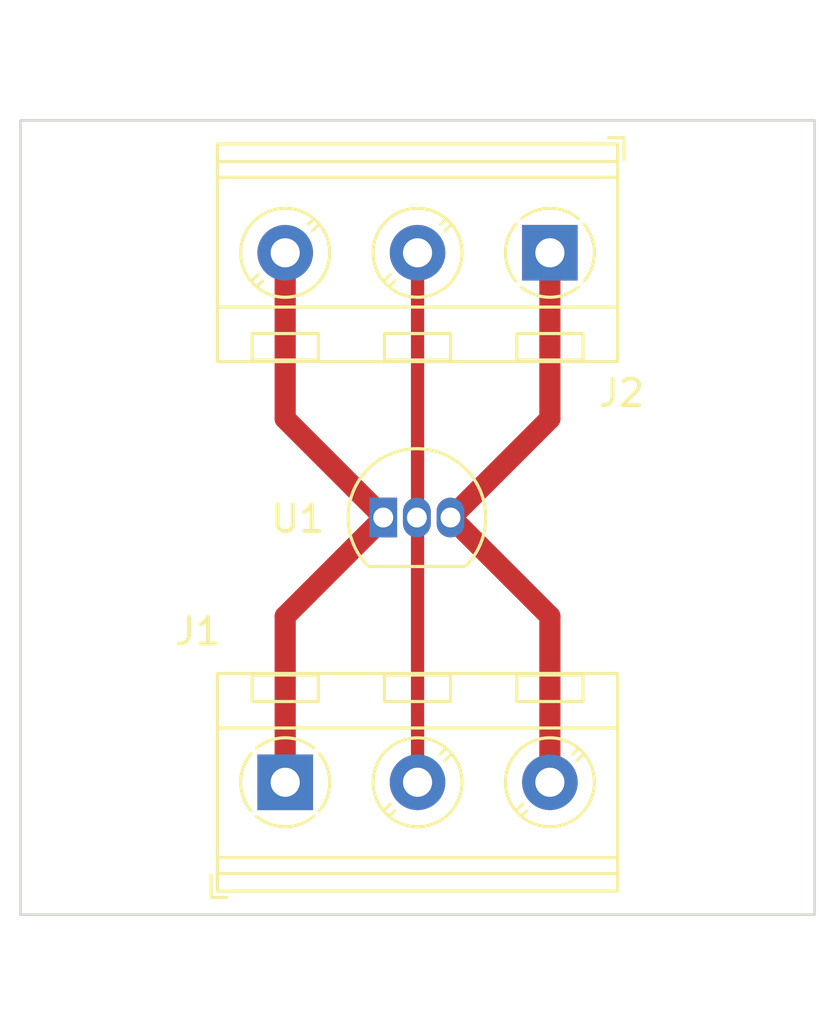
<source format=kicad_pcb>
(kicad_pcb (version 20211014) (generator pcbnew)
  (layers (0 "F.Cu" signal) (31 "B.Cu" signal) (34 "B.Paste" user) (35 "F.Paste" user) (36 "B.SilkS" user "B.Silkscreen") (37 "F.SilkS" user "F.Silkscreen") (38 "B.Mask" user) (39 "F.Mask" user) (44 "Edge.Cuts" user))
  (net 0 "")
  (net 1 "GND")
  (net 2 "Net-(J1-Pad2)")
  (net 3 "+5V")
  (footprint "TerminalBlock_RND:TerminalBlock_RND_205-00046_1x03_P5.00mm_Horizontal" (layer "F.Cu") (at 109.3 80.7 180)
    (fp_text reference "J2" (at -2.7 -5.3 180) (layer "F.SilkS"))
    (fp_text value "Screw_Terminal_01x03")
    (fp_line (start 6.275 -1.069) (end 6.029 -0.823) (layer "F.SilkS") (width 0.12))
    (fp_line (start -2.56 -4.11) (end 12.56 -4.11) (layer "F.SilkS") (width 0.12))
    (fp_line (start 1.25 -4.05) (end 1.25 -3.05) (layer "F.SilkS") (width 0.12))
    (fp_line (start -2.8 3.51) (end -2.8 4.35) (layer "F.SilkS") (width 0.12))
    (fp_line (start 11.275 -1.069) (end 11.029 -0.823) (layer "F.SilkS") (width 0.12))
    (fp_line (start -2.56 3.45) (end 12.56 3.45) (layer "F.SilkS") (width 0.12))
    (fp_line (start 3.972 0.823) (end 3.726 1.069) (layer "F.SilkS") (width 0.12))
    (fp_line (start 12.56 -4.11) (end 12.56 4.11) (layer "F.SilkS") (width 0.12))
    (fp_line (start -1.25 -3.05) (end 1.25 -3.05) (layer "F.SilkS") (width 0.12))
    (fp_line (start -1.25 -4.05) (end 1.25 -4.05) (layer "F.SilkS") (width 0.12))
    (fp_line (start 8.75 -3.05) (end 11.25 -3.05) (layer "F.SilkS") (width 0.12))
    (fp_line (start -2.56 2.85) (end 12.56 2.85) (layer "F.SilkS") (width 0.12))
    (fp_line (start 8.75 -4.05) (end 8.75 -3.05) (layer "F.SilkS") (width 0.12))
    (fp_line (start -1.25 -4.05) (end -1.25 -3.05) (layer "F.SilkS") (width 0.12))
    (fp_line (start 3.75 -4.05) (end 6.25 -4.05) (layer "F.SilkS") (width 0.12))
    (fp_line (start 9.13 1.075) (end 8.931 1.274) (layer "F.SilkS") (width 0.12))
    (fp_line (start 8.75 -4.05) (end 11.25 -4.05) (layer "F.SilkS") (width 0.12))
    (fp_line (start -2.8 4.35) (end -2.2 4.35) (layer "F.SilkS") (width 0.12))
    (fp_line (start 3.75 -4.05) (end 3.75 -3.05) (layer "F.SilkS") (width 0.12))
    (fp_line (start -2.56 -4.11) (end -2.56 4.11) (layer "F.SilkS") (width 0.12))
    (fp_line (start -2.56 -2.05) (end 12.56 -2.05) (layer "F.SilkS") (width 0.12))
    (fp_line (start 11.25 -4.05) (end 11.25 -3.05) (layer "F.SilkS") (width 0.12))
    (fp_line (start 8.972 0.823) (end 8.726 1.069) (layer "F.SilkS") (width 0.12))
    (fp_line (start 11.07 -1.275) (end 10.859 -1.064) (layer "F.SilkS") (width 0.12))
    (fp_line (start 3.75 -3.05) (end 6.25 -3.05) (layer "F.SilkS") (width 0.12))
    (fp_line (start -2.56 4.11) (end 12.56 4.11) (layer "F.SilkS") (width 0.12))
    (fp_line (start 6.25 -4.05) (end 6.25 -3.05) (layer "F.SilkS") (width 0.12))
    (fp_line (start 4.13 1.075) (end 3.931 1.274) (layer "F.SilkS") (width 0.12))
    (fp_line (start 6.07 -1.275) (end 5.859 -1.064) (layer "F.SilkS") (width 0.12))
    (fp_arc (start -1.079908 -1.287078) (mid 0.00006 -1.68011) (end 1.08 -1.287) (layer "F.SilkS") (width 0.12))
    (fp_arc (start 1.079883 1.286955) (mid 0.574594 1.578684) (end 0 1.68) (layer "F.SilkS") (width 0.12))
    (fp_arc (start 0.028507 1.680511) (mid -0.561826 1.584071) (end -1.081 1.287) (layer "F.SilkS") (width 0.12))
    (fp_arc (start 1.287078 -1.079908) (mid 1.68011 0.00006) (end 1.287 1.08) (layer "F.SilkS") (width 0.12))
    (fp_arc (start -1.288062 1.079734) (mid -1.680752 -0.000826) (end -1.287 -1.081) (layer "F.SilkS") (width 0.12))
    (fp_circle (center 5 0) (end 6.68 0) (layer "F.SilkS") (width 0.12) (fill none))
    (fp_circle (center 10 0) (end 11.68 0) (layer "F.SilkS") (width 0.12) (fill none))
    (pad "1" thru_hole rect (at 0 0 180) (size 2.1 2.1) (drill 1.1) (layers *.Cu *.Mask) (net 3 "+5V"))
    (pad "2" thru_hole circle (at 5 0 180) (size 2.1 2.1) (drill 1.1) (layers *.Cu *.Mask) (net 2 "Net-(J1-Pad2)"))
    (pad "3" thru_hole circle (at 10 0 180) (size 2.1 2.1) (drill 1.1) (layers *.Cu *.Mask) (net 1 "GND"))
  )
  (footprint "MountingHole:MountingHole_3.5mm" (layer "F.Cu") (at 92.3 90.7)
    (fp_text reference "REF**" hide)
    (fp_text value "MountingHole_3.5mm" hide)
    (pad "" np_thru_hole circle (at 0 0) (size 3.5 3.5) (drill 3.5) (layers *.Cu *.Mask))
  )
  (footprint "MountingHole:MountingHole_3.5mm" (layer "F.Cu") (at 116.3 90.7)
    (fp_text reference "REF**" hide)
    (fp_text value "MountingHole_3.5mm" hide)
    (pad "" np_thru_hole circle (at 0 0) (size 3.5 3.5) (drill 3.5) (layers *.Cu *.Mask))
  )
  (footprint "Package_TO_SOT_THT:TO-92_Inline" (layer "F.Cu") (at 103.005 90.7)
    (fp_text reference "U1" (at -3.23 0.05) (layer "F.SilkS"))
    (fp_text value "DS18B20")
    (fp_line (start -0.53 1.85) (end 3.07 1.85) (layer "F.SilkS") (width 0.12))
    (fp_arc (start 1.27 -2.6) (mid 3.672087 -0.994977) (end 3.108478 1.838478) (layer "F.SilkS") (width 0.12))
    (fp_arc (start -0.568478 1.838478) (mid -1.132087 -0.994977) (end 1.27 -2.6) (layer "F.SilkS") (width 0.12))
    (pad "1" thru_hole rect (at 0 0) (size 1.05 1.5) (drill 0.75) (layers *.Cu *.Mask) (net 1 "GND"))
    (pad "2" thru_hole oval (at 1.27 0) (size 1.05 1.5) (drill 0.75) (layers *.Cu *.Mask) (net 2 "Net-(J1-Pad2)"))
    (pad "3" thru_hole oval (at 2.54 0) (size 1.05 1.5) (drill 0.75) (layers *.Cu *.Mask) (net 3 "+5V"))
  )
  (footprint "TerminalBlock_RND:TerminalBlock_RND_205-00046_1x03_P5.00mm_Horizontal" (layer "F.Cu") (at 99.3 100.7)
    (fp_text reference "J1" (at -3.3 -5.7) (layer "F.SilkS"))
    (fp_text value "Screw_Terminal_01x03")
    (fp_line (start 9.13 1.075) (end 8.931 1.274) (layer "F.SilkS") (width 0.12))
    (fp_line (start 3.75 -4.05) (end 3.75 -3.05) (layer "F.SilkS") (width 0.12))
    (fp_line (start -2.56 -2.05) (end 12.56 -2.05) (layer "F.SilkS") (width 0.12))
    (fp_line (start 1.25 -4.05) (end 1.25 -3.05) (layer "F.SilkS") (width 0.12))
    (fp_line (start -1.25 -3.05) (end 1.25 -3.05) (layer "F.SilkS") (width 0.12))
    (fp_line (start -2.56 2.85) (end 12.56 2.85) (layer "F.SilkS") (width 0.12))
    (fp_line (start 11.07 -1.275) (end 10.859 -1.064) (layer "F.SilkS") (width 0.12))
    (fp_line (start -2.8 4.35) (end -2.2 4.35) (layer "F.SilkS") (width 0.12))
    (fp_line (start -1.25 -4.05) (end 1.25 -4.05) (layer "F.SilkS") (width 0.12))
    (fp_line (start -1.25 -4.05) (end -1.25 -3.05) (layer "F.SilkS") (width 0.12))
    (fp_line (start -2.8 3.51) (end -2.8 4.35) (layer "F.SilkS") (width 0.12))
    (fp_line (start 3.75 -4.05) (end 6.25 -4.05) (layer "F.SilkS") (width 0.12))
    (fp_line (start 8.75 -4.05) (end 11.25 -4.05) (layer "F.SilkS") (width 0.12))
    (fp_line (start 6.25 -4.05) (end 6.25 -3.05) (layer "F.SilkS") (width 0.12))
    (fp_line (start 4.13 1.075) (end 3.931 1.274) (layer "F.SilkS") (width 0.12))
    (fp_line (start 11.275 -1.069) (end 11.029 -0.823) (layer "F.SilkS") (width 0.12))
    (fp_line (start -2.56 -4.11) (end -2.56 4.11) (layer "F.SilkS") (width 0.12))
    (fp_line (start 12.56 -4.11) (end 12.56 4.11) (layer "F.SilkS") (width 0.12))
    (fp_line (start 8.75 -4.05) (end 8.75 -3.05) (layer "F.SilkS") (width 0.12))
    (fp_line (start 11.25 -4.05) (end 11.25 -3.05) (layer "F.SilkS") (width 0.12))
    (fp_line (start 3.75 -3.05) (end 6.25 -3.05) (layer "F.SilkS") (width 0.12))
    (fp_line (start -2.56 3.45) (end 12.56 3.45) (layer "F.SilkS") (width 0.12))
    (fp_line (start 6.275 -1.069) (end 6.029 -0.823) (layer "F.SilkS") (width 0.12))
    (fp_line (start 8.75 -3.05) (end 11.25 -3.05) (layer "F.SilkS") (width 0.12))
    (fp_line (start -2.56 4.11) (end 12.56 4.11) (layer "F.SilkS") (width 0.12))
    (fp_line (start 3.972 0.823) (end 3.726 1.069) (layer "F.SilkS") (width 0.12))
    (fp_line (start 8.972 0.823) (end 8.726 1.069) (layer "F.SilkS") (width 0.12))
    (fp_line (start 6.07 -1.275) (end 5.859 -1.064) (layer "F.SilkS") (width 0.12))
    (fp_line (start -2.56 -4.11) (end 12.56 -4.11) (layer "F.SilkS") (width 0.12))
    (fp_arc (start 0.028507 1.680511) (mid -0.561826 1.584071) (end -1.081 1.287) (layer "F.SilkS") (width 0.12))
    (fp_arc (start -1.288062 1.079734) (mid -1.680752 -0.000826) (end -1.287 -1.081) (layer "F.SilkS") (width 0.12))
    (fp_arc (start 1.287078 -1.079908) (mid 1.68011 0.00006) (end 1.287 1.08) (layer "F.SilkS") (width 0.12))
    (fp_arc (start -1.079908 -1.287078) (mid 0.00006 -1.68011) (end 1.08 -1.287) (layer "F.SilkS") (width 0.12))
    (fp_arc (start 1.079883 1.286955) (mid 0.574594 1.578684) (end 0 1.68) (layer "F.SilkS") (width 0.12))
    (fp_circle (center 10 0) (end 11.68 0) (layer "F.SilkS") (width 0.12) (fill none))
    (fp_circle (center 5 0) (end 6.68 0) (layer "F.SilkS") (width 0.12) (fill none))
    (pad "1" thru_hole rect (at 0 0) (size 2.1 2.1) (drill 1.1) (layers *.Cu *.Mask) (net 1 "GND"))
    (pad "2" thru_hole circle (at 5 0) (size 2.1 2.1) (drill 1.1) (layers *.Cu *.Mask) (net 2 "Net-(J1-Pad2)"))
    (pad "3" thru_hole circle (at 10 0) (size 2.1 2.1) (drill 1.1) (layers *.Cu *.Mask) (net 3 "+5V"))
  )
  (gr_rect (start 89.3 75.7) (end 119.3 105.7) (layer "Edge.Cuts") (width 0.1) (fill none))
  (segment (start 99.3 94.43) (end 103.03 90.7) (width 0.8) (layer "F.Cu") (net 1))
  (segment (start 99.3 80.7) (end 99.3 86.97) (width 0.8) (layer "F.Cu") (net 1))
  (segment (start 99.3 100.7) (end 99.3 94.43) (width 0.8) (layer "F.Cu") (net 1))
  (segment (start 99.3 86.97) (end 103.03 90.7) (width 0.8) (layer "F.Cu") (net 1))
  (segment (start 104.2 90.36) (end 104.3 90.26) (width 0.25) (layer "F.Cu") (net 2))
  (segment (start 104.3 100.7) (end 104.3 90.7) (width 0.5) (layer "F.Cu") (net 2))
  (segment (start 104.3 90.7) (end 104.3 80.7) (width 0.5) (layer "F.Cu") (net 2))
  (segment (start 104.2 90.16) (end 104.3 90.26) (width 0.25) (layer "F.Cu") (net 2))
  (segment (start 109.3 94.43) (end 105.57 90.7) (width 0.8) (layer "F.Cu") (net 3))
  (segment (start 109.3 86.97) (end 105.57 90.7) (width 0.8) (layer "F.Cu") (net 3))
  (segment (start 109.3 80.7) (end 109.3 86.97) (width 0.8) (layer "F.Cu") (net 3))
  (segment (start 109.3 100.7) (end 109.3 94.43) (width 0.8) (layer "F.Cu") (net 3))
)
</source>
